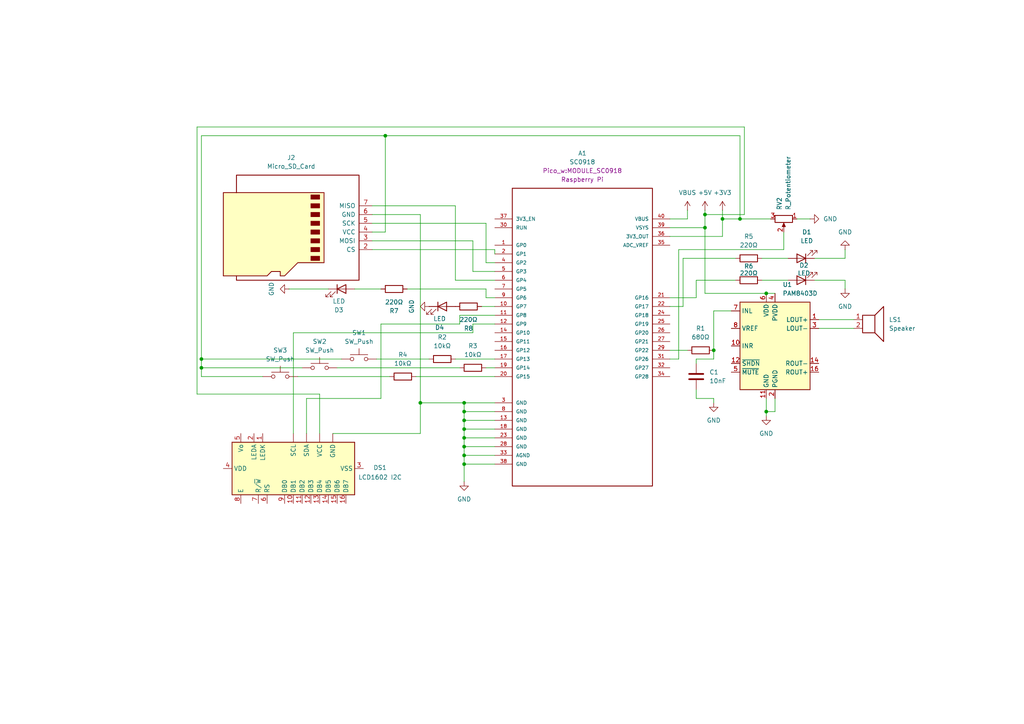
<source format=kicad_sch>
(kicad_sch (version 20231120) (generator "eeschema") (generator_version "8.0")
  (paper "A4")
  (lib_symbols
    (symbol "Amplifier_Audio:PAM8403D"
      (property "Reference" "U" (at 1.27 16.51 0))
      (property "Value" "PAM8403D" (at 6.096 14.224 0))
      (symbol "PAM8403D_0_1"
        (rectangle (start -10.16 12.7) (end 10.16 -12.7) (stroke (width 0.254)) (fill (type background)))
      )
      (symbol "PAM8403D_1_1"
        (pin output line (at 12.7 7.62 180) (length 2.54) (name "LOUT+") (number "1"))
        (pin input line (at -12.7 0 0) (length 2.54) (name "INR") (number "10"))
        (pin power_in line (at -2.54 -15.24 90) (length 2.54) (name "GND") (number "11"))
        (pin input line (at -12.7 -5.08 0) (length 2.54) (name "~{SHDN}") (number "12"))
        (pin passive line (at 0 15.24 270) (length 2.54) hide (name "PVDD") (number "13"))
        (pin output line (at 12.7 -5.08 180) (length 2.54) (name "ROUT-") (number "14"))
        (pin passive line (at 0 -15.24 90) (length 2.54) hide (name "PGND") (number "15"))
        (pin output line (at 12.7 -7.62 180) (length 2.54) (name "ROUT+") (number "16"))
        (pin power_in line (at 0 -15.24 90) (length 2.54) (name "PGND") (number "2"))
        (pin output line (at 12.7 5.08 180) (length 2.54) (name "LOUT-") (number "3"))
        (pin power_in line (at 0 15.24 270) (length 2.54) (name "PVDD") (number "4"))
        (pin input line (at -12.7 -7.62 0) (length 2.54) (name "~{MUTE}") (number "5"))
        (pin power_in line (at -2.54 15.24 270) (length 2.54) (name "VDD") (number "6"))
        (pin input line (at -12.7 10.16 0) (length 2.54) (name "INL") (number "7"))
        (pin input line (at -12.7 5.08 0) (length 2.54) (name "VREF") (number "8"))
        (pin no_connect line (at 10.16 -10.16 180) (length 2.54) hide (name "NC") (number "9"))
      )
    )
    (symbol "Device:C" (pin_numbers hide) (pin_names (offset 0.254))
      (property "Reference" "C" (at 0.635 2.54 0))
      (property "Value" "C" (at 0.635 -2.54 0))
      (symbol "C_0_1"
        (polyline (pts (xy -2.032 -0.762) (xy 2.032 -0.762)) (stroke (width 0.508)))
        (polyline (pts (xy -2.032 0.762) (xy 2.032 0.762)) (stroke (width 0.508)))
      )
      (symbol "C_1_1"
        (pin passive line (at 0 3.81 270) (length 2.794) (name "~") (number "1"))
        (pin passive line (at 0 -3.81 90) (length 2.794) (name "~") (number "2"))
      )
    )
    (symbol "Device:LED" (pin_numbers hide) (pin_names (offset 1.016) hide)
      (property "Reference" "D" (at 0 2.54 0))
      (property "Value" "LED" (at 0 -2.54 0))
      (symbol "LED_0_1"
        (polyline (pts (xy -1.27 -1.27) (xy -1.27 1.27)) (stroke (width 0.254)))
        (polyline (pts (xy -1.27 0) (xy 1.27 0)))
        (polyline (pts (xy 1.27 -1.27) (xy 1.27 1.27) (xy -1.27 0) (xy 1.27 -1.27)) (stroke (width 0.254)))
        (polyline (pts (xy -3.048 -0.762) (xy -4.572 -2.286) (xy -3.81 -2.286) (xy -4.572 -2.286) (xy -4.572 -1.524)))
        (polyline (pts (xy -1.778 -0.762) (xy -3.302 -2.286) (xy -2.54 -2.286) (xy -3.302 -2.286) (xy -3.302 -1.524)))
      )
      (symbol "LED_1_1"
        (pin passive line (at -3.81 0 0) (length 2.54) (name "K") (number "1"))
        (pin passive line (at 3.81 0 180) (length 2.54) (name "A") (number "2"))
      )
    )
    (symbol "Device:R" (pin_numbers hide) (pin_names (offset 0))
      (property "Reference" "R" (at 2.032 0 90))
      (property "Value" "R" (at 0 0 90))
      (symbol "R_0_1"
        (rectangle (start -1.016 -2.54) (end 1.016 2.54) (stroke (width 0.254)))
      )
      (symbol "R_1_1"
        (pin passive line (at 0 3.81 270) (length 1.27) (name "~") (number "1"))
        (pin passive line (at 0 -3.81 90) (length 1.27) (name "~") (number "2"))
      )
    )
    (symbol "Device:R_Potentiometer" (pin_names (offset 1.016) hide)
      (property "Reference" "RV" (at -4.445 0 90))
      (property "Value" "R_Potentiometer" (at -2.54 0 90))
      (symbol "R_Potentiometer_0_1"
        (polyline (pts (xy 2.54 0) (xy 1.524 0)))
        (polyline (pts (xy 1.143 0) (xy 2.286 0.508) (xy 2.286 -0.508) (xy 1.143 0)) (fill (type outline)))
        (rectangle (start 1.016 2.54) (end -1.016 -2.54) (stroke (width 0.254)))
      )
      (symbol "R_Potentiometer_1_1"
        (pin passive line (at 0 3.81 270) (length 1.27) (name "1") (number "1"))
        (pin passive line (at 3.81 0 180) (length 1.27) (name "2") (number "2"))
        (pin passive line (at 0 -3.81 90) (length 1.27) (name "3") (number "3"))
      )
    )
    (symbol "Device:Speaker" (pin_names (offset 0) hide)
      (property "Reference" "LS" (at 1.27 5.715 0))
      (property "Value" "Speaker" (at 1.27 3.81 0))
      (symbol "Speaker_0_0"
        (rectangle (start -2.54 1.27) (end 1.016 -3.81) (stroke (width 0.254)))
        (polyline (pts (xy 1.016 1.27) (xy 3.556 3.81) (xy 3.556 -6.35) (xy 1.016 -3.81)) (stroke (width 0.254)))
      )
      (symbol "Speaker_1_1"
        (pin input line (at -5.08 0 0) (length 2.54) (name "1") (number "1"))
        (pin input line (at -5.08 -2.54 0) (length 2.54) (name "2") (number "2"))
      )
    )
    (symbol "Display_Character:HY1602E"
      (property "Reference" "DS" (at -6.096 19.05 0))
      (property "Value" "LCD1602 I2C" (at 7.112 19.304 0))
      (symbol "HY1602E_0_1"
        (rectangle (start -7.62 17.78) (end 7.62 -17.78) (stroke (width 0.254)) (fill (type background)))
      )
      (symbol "HY1602E_1_1"
        (pin power_in line (at 10.16 -11.43 180) (length 2.54) (name "GND") (number ""))
        (pin bidirectional line (at 10.16 0 180) (length 2.54) (name "SCL") (number ""))
        (pin bidirectional line (at 10.16 -3.81 180) (length 2.54) (name "SDA") (number ""))
        (pin power_in line (at 10.16 -7.62 180) (length 2.54) (name "VCC") (number ""))
        (pin passive line (at 10.16 8.89 180) (length 2.54) (name "LEDK") (number "1"))
        (pin bidirectional line (at -10.16 0 0) (length 2.54) (name "DB1") (number "10"))
        (pin bidirectional line (at -10.16 -2.54 0) (length 2.54) (name "DB2") (number "11"))
        (pin bidirectional line (at -10.16 -5.08 0) (length 2.54) (name "DB3") (number "12"))
        (pin bidirectional line (at -10.16 -7.62 0) (length 2.54) (name "DB4") (number "13"))
        (pin bidirectional line (at -10.16 -10.16 0) (length 2.54) (name "DB5") (number "14"))
        (pin bidirectional line (at -10.16 -12.7 0) (length 2.54) (name "DB6") (number "15"))
        (pin bidirectional line (at -10.16 -15.24 0) (length 2.54) (name "DB7") (number "16"))
        (pin passive line (at 10.16 11.43 180) (length 2.54) (name "LEDA") (number "2"))
        (pin power_in line (at 0 -20.32 90) (length 2.54) (name "VSS") (number "3"))
        (pin power_in line (at 0 20.32 270) (length 2.54) (name "VDD") (number "4"))
        (pin input line (at 10.16 15.24 180) (length 2.54) (name "Vo") (number "5"))
        (pin input line (at -10.16 7.62 0) (length 2.54) (name "RS") (number "6"))
        (pin input line (at -10.16 10.16 0) (length 2.54) (name "R/~{W}") (number "7"))
        (pin input line (at -10.16 15.24 0) (length 2.54) (name "E") (number "8"))
        (pin bidirectional line (at -10.16 2.54 0) (length 2.54) (name "DB0") (number "9"))
      )
    )
    (symbol "Micro_SD_Card_1" (pin_names (offset 1.016))
      (property "Reference" "J" (at -16.51 15.24 0))
      (property "Value" "Micro_SD_Card" (at 16.51 15.24 0))
      (symbol "Micro_SD_Card_1_0_1"
        (rectangle (start -7.62 -9.525) (end -5.08 -10.795) (fill (type outline)))
        (rectangle (start -7.62 -6.985) (end -5.08 -8.255) (fill (type outline)))
        (rectangle (start -7.62 -4.445) (end -5.08 -5.715) (fill (type outline)))
        (rectangle (start -7.62 -1.905) (end -5.08 -3.175) (fill (type outline)))
        (rectangle (start -7.62 0.635) (end -5.08 -0.635) (fill (type outline)))
        (rectangle (start -7.62 3.175) (end -5.08 1.905) (fill (type outline)))
        (rectangle (start -7.62 5.715) (end -5.08 4.445) (fill (type outline)))
        (rectangle (start -7.62 8.255) (end -5.08 6.985) (fill (type outline)))
        (polyline (pts (xy 16.51 12.7) (xy 16.51 13.97) (xy -19.05 13.97) (xy -19.05 -16.51) (xy 16.51 -16.51) (xy 16.51 -11.43)) (stroke (width 0.254)))
        (polyline (pts (xy -8.89 -11.43) (xy -8.89 8.89) (xy -1.27 8.89) (xy 2.54 12.7) (xy 3.81 12.7) (xy 3.81 11.43) (xy 6.35 11.43) (xy 7.62 12.7) (xy 20.32 12.7) (xy 20.32 -11.43) (xy -8.89 -11.43)) (stroke (width 0.254)) (fill (type background)))
      )
      (symbol "Micro_SD_Card_1_1_1"
        (pin bidirectional line (at -22.86 5.08 0) (length 3.81) (name "CS") (number "2"))
        (pin input line (at -22.86 2.54 0) (length 3.81) (name "MOSI") (number "3"))
        (pin power_in line (at -22.86 0 0) (length 3.81) (name "VCC") (number "4"))
        (pin input line (at -22.86 -2.54 0) (length 3.81) (name "SCK") (number "5"))
        (pin power_in line (at -22.86 -5.08 0) (length 3.81) (name "GND") (number "6"))
        (pin bidirectional line (at -22.86 -7.62 0) (length 3.81) (name "MISO") (number "7"))
      )
    )
    (symbol "Pico_w:SC0918" (pin_names (offset 1.016))
      (property "Reference" "A1" (at 0 58.42 0))
      (property "Value" "SC0918" (at 0 55.88 0))
      (property "Footprint" "Pico_w:MODULE_SC0918" (at -12.7 -46.99 0))
      (property "manufacturer" "Raspberry Pi" (at 0 53.34 0))
      (symbol "SC0918_0_0"
        (rectangle (start -20.32 -43.18) (end 20.32 43.18) (stroke (width 0.254)))
        (pin bidirectional line (at -25.4 26.67 0) (length 5.08) (name "GP0") (number "1"))
        (pin bidirectional line (at -25.4 8.89 0) (length 5.08) (name "GP7") (number "10"))
        (pin bidirectional line (at -25.4 6.35 0) (length 5.08) (name "GP8") (number "11"))
        (pin bidirectional line (at -25.4 3.81 0) (length 5.08) (name "GP9") (number "12"))
        (pin power_in line (at -25.4 -24.13 0) (length 5.08) (name "GND") (number "13"))
        (pin bidirectional line (at -25.4 1.27 0) (length 5.08) (name "GP10") (number "14"))
        (pin bidirectional line (at -25.4 -1.27 0) (length 5.08) (name "GP11") (number "15"))
        (pin bidirectional line (at -25.4 -3.81 0) (length 5.08) (name "GP12") (number "16"))
        (pin bidirectional line (at -25.4 -6.35 0) (length 5.08) (name "GP13") (number "17"))
        (pin power_in line (at -25.4 -26.67 0) (length 5.08) (name "GND") (number "18"))
        (pin bidirectional line (at -25.4 -8.89 0) (length 5.08) (name "GP14") (number "19"))
        (pin bidirectional line (at -25.4 24.13 0) (length 5.08) (name "GP1") (number "2"))
        (pin bidirectional line (at -25.4 -11.43 0) (length 5.08) (name "GP15") (number "20"))
        (pin bidirectional line (at 25.4 11.43 180) (length 5.08) (name "GP16") (number "21"))
        (pin bidirectional line (at 25.4 8.89 180) (length 5.08) (name "GP17") (number "22"))
        (pin power_in line (at -25.4 -29.21 0) (length 5.08) (name "GND") (number "23"))
        (pin bidirectional line (at 25.4 6.35 180) (length 5.08) (name "GP18") (number "24"))
        (pin bidirectional line (at 25.4 3.81 180) (length 5.08) (name "GP19") (number "25"))
        (pin bidirectional line (at 25.4 1.27 180) (length 5.08) (name "GP20") (number "26"))
        (pin bidirectional line (at 25.4 -1.27 180) (length 5.08) (name "GP21") (number "27"))
        (pin power_in line (at -25.4 -31.75 0) (length 5.08) (name "GND") (number "28"))
        (pin bidirectional line (at 25.4 -3.81 180) (length 5.08) (name "GP22") (number "29"))
        (pin power_in line (at -25.4 -19.05 0) (length 5.08) (name "GND") (number "3"))
        (pin input line (at -25.4 31.75 0) (length 5.08) (name "RUN") (number "30"))
        (pin bidirectional line (at 25.4 -6.35 180) (length 5.08) (name "GP26") (number "31"))
        (pin bidirectional line (at 25.4 -8.89 180) (length 5.08) (name "GP27") (number "32"))
        (pin power_in line (at -25.4 -34.29 0) (length 5.08) (name "AGND") (number "33"))
        (pin bidirectional line (at 25.4 -11.43 180) (length 5.08) (name "GP28") (number "34"))
        (pin power_in line (at 25.4 26.67 180) (length 5.08) (name "ADC_VREF") (number "35"))
        (pin power_in line (at 25.4 29.21 180) (length 5.08) (name "3V3_OUT") (number "36"))
        (pin input line (at -25.4 34.29 0) (length 5.08) (name "3V3_EN") (number "37"))
        (pin power_in line (at -25.4 -36.83 0) (length 5.08) (name "GND") (number "38"))
        (pin free line (at 25.4 31.75 180) (length 5.08) (name "VSYS") (number "39"))
        (pin bidirectional line (at -25.4 21.59 0) (length 5.08) (name "GP2") (number "4"))
        (pin free line (at 25.4 34.29 180) (length 5.08) (name "VBUS") (number "40"))
        (pin bidirectional line (at -25.4 19.05 0) (length 5.08) (name "GP3") (number "5"))
        (pin bidirectional line (at -25.4 16.51 0) (length 5.08) (name "GP4") (number "6"))
        (pin bidirectional line (at -25.4 13.97 0) (length 5.08) (name "GP5") (number "7"))
        (pin power_in line (at -25.4 -21.59 0) (length 5.08) (name "GND") (number "8"))
        (pin bidirectional line (at -25.4 11.43 0) (length 5.08) (name "GP6") (number "9"))
      )
    )
    (symbol "Switch:SW_Push" (pin_numbers hide) (pin_names (offset 1.016) hide)
      (property "Reference" "SW" (at 1.27 2.54 0))
      (property "Value" "SW_Push" (at 0 -1.524 0))
      (symbol "SW_Push_0_1"
        (circle (center -2.032 0) (radius 0.508))
        (polyline (pts (xy 0 1.27) (xy 0 3.048)))
        (polyline (pts (xy 2.54 1.27) (xy -2.54 1.27)))
        (circle (center 2.032 0) (radius 0.508))
        (pin passive line (at -5.08 0 0) (length 2.54) (name "1") (number "1"))
        (pin passive line (at 5.08 0 180) (length 2.54) (name "2") (number "2"))
      )
    )
    (symbol "power:+3V3" (power) (pin_numbers hide) (pin_names (offset 0) hide)
      (property "Value" "+3V3" (at 0 3.556 0))
      (symbol "+3V3_0_1"
        (polyline (pts (xy -0.762 1.27) (xy 0 2.54)))
        (polyline (pts (xy 0 0) (xy 0 2.54)))
        (polyline (pts (xy 0 2.54) (xy 0.762 1.27)))
      )
      (symbol "+3V3_1_1"
        (pin power_in line (at 0 0 90) (length 0) (name "~") (number "1"))
      )
    )
    (symbol "power:+5V" (power) (pin_numbers hide) (pin_names (offset 0) hide)
      (property "Value" "+5V" (at 0 3.556 0))
      (symbol "+5V_0_1"
        (polyline (pts (xy -0.762 1.27) (xy 0 2.54)))
        (polyline (pts (xy 0 0) (xy 0 2.54)))
        (polyline (pts (xy 0 2.54) (xy 0.762 1.27)))
      )
      (symbol "+5V_1_1"
        (pin power_in line (at 0 0 90) (length 0) (name "~") (number "1"))
      )
    )
    (symbol "power:GND" (power) (pin_numbers hide) (pin_names (offset 0) hide)
      (property "Value" "GND" (at 0 -3.81 0))
      (symbol "GND_0_1"
        (polyline (pts (xy 0 0) (xy 0 -1.27) (xy 1.27 -1.27) (xy 0 -2.54) (xy -1.27 -1.27) (xy 0 -1.27)))
      )
      (symbol "GND_1_1"
        (pin power_in line (at 0 0 270) (length 0) (name "~") (number "1"))
      )
    )
    (symbol "power:VBUS" (power) (pin_numbers hide) (pin_names (offset 0) hide)
      (property "Value" "VBUS" (at 0 3.556 0))
      (symbol "VBUS_0_1"
        (polyline (pts (xy -0.762 1.27) (xy 0 2.54)))
        (polyline (pts (xy 0 0) (xy 0 2.54)))
        (polyline (pts (xy 0 2.54) (xy 0.762 1.27)))
      )
      (symbol "VBUS_1_1"
        (pin power_in line (at 0 0 90) (length 0) (name "~") (number "1"))
      )
    )
  )
  (junction (at 204.47 62.23))
  (junction (at 207.01 101.6))
  (junction (at 121.92 116.84))
  (junction (at 222.25 85.09))
  (junction (at 134.62 116.84))
  (junction (at 134.62 127))
  (junction (at 58.42 106.68))
  (junction (at 222.25 119.38))
  (junction (at 134.62 129.54))
  (junction (at 134.62 119.38))
  (junction (at 209.55 63.5))
  (junction (at 134.62 121.92))
  (junction (at 111.76 39.37))
  (junction (at 134.62 134.62))
  (junction (at 204.47 66.04))
  (junction (at 58.42 104.14))
  (junction (at 134.62 132.08))
  (junction (at 134.62 124.46))
  (junction (at 214.63 63.5))
  (wire (pts (xy 214.63 63.5) (xy 223.52 63.5)))
  (wire (pts (xy 85.09 96.52) (xy 137.16 96.52)))
  (wire (pts (xy 134.62 129.54) (xy 143.51 129.54)))
  (wire (pts (xy 134.62 129.54) (xy 134.62 132.08)))
  (wire (pts (xy 140.97 86.36) (xy 143.51 86.36)))
  (wire (pts (xy 86.36 109.22) (xy 113.03 109.22)))
  (wire (pts (xy 111.76 67.31) (xy 111.76 39.37)))
  (wire (pts (xy 196.85 104.14) (xy 194.31 104.14)))
  (wire (pts (xy 134.62 124.46) (xy 134.62 127)))
  (wire (pts (xy 132.08 104.14) (xy 143.51 104.14)))
  (wire (pts (xy 198.12 88.9) (xy 194.31 88.9)))
  (wire (pts (xy 111.76 39.37) (xy 214.63 39.37)))
  (wire (pts (xy 194.31 86.36) (xy 201.93 86.36)))
  (wire (pts (xy 110.49 83.82) (xy 102.87 83.82)))
  (wire (pts (xy 58.42 106.68) (xy 87.63 106.68)))
  (wire (pts (xy 207.01 101.6) (xy 207.01 90.17)))
  (wire (pts (xy 143.51 116.84) (xy 134.62 116.84)))
  (wire (pts (xy 121.92 62.23) (xy 121.92 116.84)))
  (wire (pts (xy 110.49 115.57) (xy 110.49 93.98)))
  (wire (pts (xy 139.7 88.9) (xy 143.51 88.9)))
  (wire (pts (xy 137.16 78.74) (xy 143.51 78.74)))
  (wire (pts (xy 220.98 81.28) (xy 228.6 81.28)))
  (wire (pts (xy 207.01 104.14) (xy 207.01 101.6)))
  (wire (pts (xy 222.25 85.09) (xy 224.79 85.09)))
  (wire (pts (xy 120.65 109.22) (xy 143.51 109.22)))
  (wire (pts (xy 236.22 74.93) (xy 245.11 74.93)))
  (wire (pts (xy 134.62 119.38) (xy 143.51 119.38)))
  (wire (pts (xy 140.97 83.82) (xy 140.97 86.36)))
  (wire (pts (xy 137.16 93.98) (xy 143.51 93.98)))
  (wire (pts (xy 143.51 72.39) (xy 143.51 73.66)))
  (wire (pts (xy 134.62 127) (xy 134.62 129.54)))
  (wire (pts (xy 107.95 64.77) (xy 140.97 64.77)))
  (wire (pts (xy 58.42 104.14) (xy 99.06 104.14)))
  (wire (pts (xy 107.95 69.85) (xy 137.16 69.85)))
  (wire (pts (xy 137.16 96.52) (xy 137.16 93.98)))
  (wire (pts (xy 96.52 125.73) (xy 121.92 125.73)))
  (wire (pts (xy 245.11 81.28) (xy 245.11 83.82)))
  (wire (pts (xy 140.97 106.68) (xy 143.51 106.68)))
  (wire (pts (xy 134.62 134.62) (xy 143.51 134.62)))
  (wire (pts (xy 214.63 63.5) (xy 209.55 63.5)))
  (wire (pts (xy 134.62 132.08) (xy 134.62 134.62)))
  (wire (pts (xy 140.97 76.2) (xy 143.51 76.2)))
  (wire (pts (xy 247.65 95.25) (xy 237.49 95.25)))
  (wire (pts (xy 194.31 101.6) (xy 199.39 101.6)))
  (wire (pts (xy 207.01 90.17) (xy 212.09 90.17)))
  (wire (pts (xy 245.11 74.93) (xy 245.11 72.39)))
  (wire (pts (xy 196.85 72.39) (xy 227.33 72.39)))
  (wire (pts (xy 107.95 59.69) (xy 132.08 59.69)))
  (wire (pts (xy 85.09 125.73) (xy 85.09 96.52)))
  (wire (pts (xy 201.93 86.36) (xy 201.93 81.28)))
  (wire (pts (xy 224.79 119.38) (xy 222.25 119.38)))
  (wire (pts (xy 201.93 113.03) (xy 201.93 115.57)))
  (wire (pts (xy 121.92 125.73) (xy 121.92 116.84)))
  (wire (pts (xy 222.25 119.38) (xy 222.25 120.65)))
  (wire (pts (xy 107.95 72.39) (xy 143.51 72.39)))
  (wire (pts (xy 92.71 114.3) (xy 57.15 114.3)))
  (wire (pts (xy 215.9 62.23) (xy 204.47 62.23)))
  (wire (pts (xy 207.01 115.57) (xy 207.01 116.84)))
  (wire (pts (xy 133.35 93.98) (xy 133.35 91.44)))
  (wire (pts (xy 201.93 115.57) (xy 207.01 115.57)))
  (wire (pts (xy 57.15 114.3) (xy 57.15 36.83)))
  (wire (pts (xy 209.55 63.5) (xy 209.55 68.58)))
  (wire (pts (xy 201.93 104.14) (xy 207.01 104.14)))
  (wire (pts (xy 132.08 59.69) (xy 132.08 81.28)))
  (wire (pts (xy 204.47 66.04) (xy 204.47 85.09)))
  (wire (pts (xy 214.63 39.37) (xy 214.63 63.5)))
  (wire (pts (xy 57.15 36.83) (xy 215.9 36.83)))
  (wire (pts (xy 134.62 127) (xy 143.51 127)))
  (wire (pts (xy 199.39 63.5) (xy 194.31 63.5)))
  (wire (pts (xy 134.62 132.08) (xy 143.51 132.08)))
  (wire (pts (xy 97.79 106.68) (xy 133.35 106.68)))
  (wire (pts (xy 222.25 115.57) (xy 222.25 119.38)))
  (wire (pts (xy 215.9 36.83) (xy 215.9 62.23)))
  (wire (pts (xy 92.71 125.73) (xy 92.71 114.3)))
  (wire (pts (xy 134.62 116.84) (xy 134.62 119.38)))
  (wire (pts (xy 134.62 121.92) (xy 134.62 124.46)))
  (wire (pts (xy 134.62 134.62) (xy 134.62 139.7)))
  (wire (pts (xy 88.9 115.57) (xy 110.49 115.57)))
  (wire (pts (xy 134.62 124.46) (xy 143.51 124.46)))
  (wire (pts (xy 133.35 91.44) (xy 143.51 91.44)))
  (wire (pts (xy 134.62 121.92) (xy 143.51 121.92)))
  (wire (pts (xy 204.47 60.96) (xy 204.47 62.23)))
  (wire (pts (xy 121.92 116.84) (xy 134.62 116.84)))
  (wire (pts (xy 58.42 106.68) (xy 58.42 104.14)))
  (wire (pts (xy 58.42 39.37) (xy 111.76 39.37)))
  (wire (pts (xy 209.55 60.96) (xy 209.55 63.5)))
  (wire (pts (xy 88.9 125.73) (xy 88.9 115.57)))
  (wire (pts (xy 76.2 109.22) (xy 58.42 109.22)))
  (wire (pts (xy 204.47 62.23) (xy 204.47 66.04)))
  (wire (pts (xy 134.62 119.38) (xy 134.62 121.92)))
  (wire (pts (xy 196.85 72.39) (xy 196.85 104.14)))
  (wire (pts (xy 137.16 69.85) (xy 137.16 78.74)))
  (wire (pts (xy 194.31 66.04) (xy 204.47 66.04)))
  (wire (pts (xy 204.47 85.09) (xy 222.25 85.09)))
  (wire (pts (xy 224.79 115.57) (xy 224.79 119.38)))
  (wire (pts (xy 107.95 62.23) (xy 121.92 62.23)))
  (wire (pts (xy 237.49 92.71) (xy 247.65 92.71)))
  (wire (pts (xy 231.14 63.5) (xy 234.95 63.5)))
  (wire (pts (xy 140.97 64.77) (xy 140.97 76.2)))
  (wire (pts (xy 132.08 81.28) (xy 143.51 81.28)))
  (wire (pts (xy 213.36 74.93) (xy 198.12 74.93)))
  (wire (pts (xy 220.98 74.93) (xy 228.6 74.93)))
  (wire (pts (xy 83.82 83.82) (xy 95.25 83.82)))
  (wire (pts (xy 227.33 72.39) (xy 227.33 67.31)))
  (wire (pts (xy 110.49 93.98) (xy 133.35 93.98)))
  (wire (pts (xy 201.93 104.14) (xy 201.93 105.41)))
  (wire (pts (xy 201.93 81.28) (xy 213.36 81.28)))
  (wire (pts (xy 236.22 81.28) (xy 245.11 81.28)))
  (wire (pts (xy 107.95 67.31) (xy 111.76 67.31)))
  (wire (pts (xy 209.55 68.58) (xy 194.31 68.58)))
  (wire (pts (xy 198.12 74.93) (xy 198.12 88.9)))
  (wire (pts (xy 58.42 104.14) (xy 58.42 39.37)))
  (wire (pts (xy 58.42 109.22) (xy 58.42 106.68)))
  (wire (pts (xy 199.39 60.96) (xy 199.39 63.5)))
  (wire (pts (xy 109.22 104.14) (xy 124.46 104.14)))
  (wire (pts (xy 118.11 83.82) (xy 140.97 83.82)))
  (symbol (lib_id "Device:R") (at 217.17 81.28 90) (unit 1)
    (property "Reference" "R6" (at 217.17 77.216 90))
    (property "Value" "220Ω" (at 217.17 79.248 90))
    (property "Description" "Resistor" (effects (hide yes)))
  )
  (symbol (lib_id "Device:R") (at 137.16 106.68 90) (unit 1)
    (property "Reference" "R3" (at 137.16 100.33 90))
    (property "Value" "10kΩ" (at 137.16 102.87 90))
    (property "Description" "Resistor" (effects (hide yes)))
  )
  (symbol (lib_id "Device:R") (at 217.17 74.93 90) (unit 1)
    (property "Reference" "R5" (at 217.17 68.58 90))
    (property "Value" "220Ω" (at 217.17 71.12 90))
    (property "Description" "Resistor" (effects (hide yes)))
  )
  (symbol (lib_id "power:GND") (at 83.82 83.82 270) (unit 1)
    (property "Reference" "#PWR010" (effects (hide yes)))
    (property "Value" "GND" (at 78.74 83.82 0))
    (property "Description" "Power symbol creates a global label with name \"GND\" , ground" (effects (hide yes)))
  )
  (symbol (lib_id "Device:R") (at 128.27 104.14 90) (unit 1)
    (property "Reference" "R2" (at 128.27 97.79 90))
    (property "Value" "10kΩ" (at 128.27 100.33 90))
    (property "Description" "Resistor" (effects (hide yes)))
  )
  (symbol (lib_id "Device:LED") (at 128.27 88.9 0) (unit 1)
    (property "Reference" "D4" (at 127.508 94.996 0))
    (property "Value" "LED" (at 127.508 92.456 0))
    (property "Description" "Light emitting diode" (effects (hide yes)))
  )
  (symbol (lib_id "Display_Character:HY1602E") (at 85.09 135.89 90) (unit 1)
    (property "Reference" "DS1" (at 110.236 135.636 90))
    (property "Value" "LCD1602 I2C" (at 110.236 138.43 90))
    (property "Footprint" "Display:HY1602E" (effects (hide yes)))
    (property "Datasheet" "http://www.icbank.com/data/ICBShop/board/HY1602E.pdf" (effects (hide yes)))
    (property "Description" "LCD 16x2 Alphanumeric 16pin Blue/Yellow/Green Backlight, 8bit parallel, 5V VDD" (effects (hide yes)))
  )
  (symbol (lib_id "Device:LED") (at 232.41 74.93 180) (unit 1)
    (property "Reference" "D1" (at 233.9975 67.31 0))
    (property "Value" "LED" (at 233.9975 69.85 0))
    (property "Description" "Light emitting diode" (effects (hide yes)))
  )
  (symbol (lib_id "Device:R") (at 116.84 109.22 90) (unit 1)
    (property "Reference" "R4" (at 116.84 102.87 90))
    (property "Value" "10kΩ" (at 116.84 105.41 90))
    (property "Description" "Resistor" (effects (hide yes)))
  )
  (symbol (lib_id "power:+5V") (at 204.47 60.96 0) (unit 1)
    (property "Reference" "#PWR03" (effects (hide yes)))
    (property "Value" "+5V" (at 204.47 55.88 0))
    (property "Description" "Power symbol creates a global label with name \"+5V\"" (effects (hide yes)))
  )
  (symbol (lib_id "Switch:SW_Push") (at 92.71 106.68 0) (unit 1)
    (property "Reference" "SW2" (at 92.71 99.06 0))
    (property "Value" "SW_Push" (at 92.71 101.6 0))
    (property "Description" "Push button switch, generic, two pins" (effects (hide yes)))
  )
  (symbol (lib_name "Micro_SD_Card_1") (lib_id "Connector:Micro_SD_Card") (at 85.09 67.31 180) (unit 1)
    (property "Reference" "J2" (at 84.455 45.72 0))
    (property "Value" "Micro_SD_Card" (at 84.455 48.26 0))
    (property "Datasheet" "http://katalog.we-online.de/em/datasheet/693072010801.pdf" (effects (hide yes)))
    (property "Description" "Micro SD Card Socket" (effects (hide yes)))
  )
  (symbol (lib_id "Amplifier_Audio:PAM8403D") (at 224.79 100.33 0) (unit 1)
    (property "Reference" "U1" (at 226.9841 82.55 0) (effects (justify left)))
    (property "Value" "PAM8403D" (at 226.9841 85.09 0) (effects (justify left)))
    (property "Footprint" "Package_SO:SOP-16_3.9x9.9mm_P1.27mm" (effects (hide yes)))
    (property "Datasheet" "https://www.diodes.com/assets/Datasheets/products_inactive_data/PAM8403.pdf" (effects (hide yes)))
    (property "Description" "3W Filterless Class-D Stereo Audio Amplifier, SOP-16" (effects (hide yes)))
  )
  (symbol (lib_id "power:GND") (at 124.46 88.9 270) (unit 1)
    (property "Reference" "#PWR011" (effects (hide yes)))
    (property "Value" "GND" (at 119.38 88.9 0))
    (property "Description" "Power symbol creates a global label with name \"GND\" , ground" (effects (hide yes)))
  )
  (symbol (lib_id "power:GND") (at 245.11 83.82 0) (unit 1)
    (property "Reference" "#PWR09" (effects (hide yes)))
    (property "Value" "GND" (at 245.11 88.9 0))
    (property "Description" "Power symbol creates a global label with name \"GND\" , ground" (effects (hide yes)))
  )
  (symbol (lib_id "Switch:SW_Push") (at 104.14 104.14 0) (unit 1)
    (property "Reference" "SW1" (at 104.14 96.52 0))
    (property "Value" "SW_Push" (at 104.14 99.06 0))
    (property "Description" "Push button switch, generic, two pins" (effects (hide yes)))
  )
  (symbol (lib_id "power:GND") (at 134.62 139.7 0) (unit 1)
    (property "Reference" "#PWR01" (effects (hide yes)))
    (property "Value" "GND" (at 134.62 144.78 0))
    (property "Description" "Power symbol creates a global label with name \"GND\" , ground" (effects (hide yes)))
  )
  (symbol (lib_id "Device:R") (at 203.2 101.6 90) (unit 1)
    (property "Reference" "R1" (at 203.2 95.25 90))
    (property "Value" "680Ω" (at 203.2 97.79 90))
    (property "Description" "Resistor" (effects (hide yes)))
  )
  (symbol (lib_id "Switch:SW_Push") (at 81.28 109.22 0) (unit 1)
    (property "Reference" "SW3" (at 81.28 101.6 0))
    (property "Value" "SW_Push" (at 81.28 104.14 0))
    (property "Description" "Push button switch, generic, two pins" (effects (hide yes)))
  )
  (symbol (lib_id "Device:R") (at 135.89 88.9 270) (unit 1)
    (property "Reference" "R8" (at 135.89 95.25 90))
    (property "Value" "220Ω" (at 135.89 92.71 90))
    (property "Description" "Resistor" (effects (hide yes)))
  )
  (symbol (lib_id "power:GND") (at 207.01 116.84 0) (unit 1)
    (property "Reference" "#PWR06" (effects (hide yes)))
    (property "Value" "GND" (at 207.01 121.92 0))
    (property "Description" "Power symbol creates a global label with name \"GND\" , ground" (effects (hide yes)))
  )
  (symbol (lib_id "Device:R") (at 114.3 83.82 270) (unit 1)
    (property "Reference" "R7" (at 114.3 90.17 90))
    (property "Value" "220Ω" (at 114.3 87.63 90))
    (property "Description" "Resistor" (effects (hide yes)))
  )
  (symbol (lib_id "power:GND") (at 222.25 120.65 0) (unit 1)
    (property "Reference" "#PWR05" (effects (hide yes)))
    (property "Value" "GND" (at 222.25 125.73 0))
    (property "Description" "Power symbol creates a global label with name \"GND\" , ground" (effects (hide yes)))
  )
  (symbol (lib_id "power:GND") (at 245.11 72.39 180) (unit 1)
    (property "Reference" "#PWR08" (effects (hide yes)))
    (property "Value" "GND" (at 245.11 67.31 0))
    (property "Description" "Power symbol creates a global label with name \"GND\" , ground" (effects (hide yes)))
  )
  (symbol (lib_id "Device:LED") (at 232.41 81.28 180) (unit 1)
    (property "Reference" "D2" (at 233.172 76.962 0))
    (property "Value" "LED" (at 233.172 79.248 0))
    (property "Description" "Light emitting diode" (effects (hide yes)))
  )
  (symbol (lib_id "Device:C") (at 201.93 109.22 0) (unit 1)
    (property "Reference" "C1" (at 205.74 107.9499 0) (effects (justify left)))
    (property "Value" "10nF" (at 205.74 110.4899 0) (effects (justify left)))
    (property "Description" "Unpolarized capacitor" (effects (hide yes)))
  )
  (symbol (lib_id "power:VBUS") (at 199.39 60.96 0) (unit 1)
    (property "Reference" "#PWR02" (effects (hide yes)))
    (property "Value" "VBUS" (at 199.39 55.88 0))
    (property "Description" "Power symbol creates a global label with name \"VBUS\"" (effects (hide yes)))
  )
  (symbol (lib_id "Pico_w:SC0918") (at 168.91 97.79 0) (unit 1)
    (property "Reference" "A1" (at 168.91 44.45 0))
    (property "Value" "SC0918" (at 168.91 46.99 0))
    (property "Footprint" "Pico_w:MODULE_SC0918" (at 168.91 49.53 0))
    (property "Datasheet" "https://datasheets.raspberrypi.com/picow/pico-w-datasheet.pdf" (effects (hide yes)))
    (property "manufacturer" "Raspberry Pi" (at 168.91 52.07 0))
    (property "P/N" "SC0918" (effects (hide yes)))
    (property "PARTREV" "1.6" (effects (hide yes)))
    (property "MAXIMUM_PACKAGE_HEIGHT" "3.73mm" (effects (hide yes)))
  )
  (symbol (lib_id "Device:LED") (at 99.06 83.82 0) (unit 1)
    (property "Reference" "D3" (at 98.298 89.916 0))
    (property "Value" "LED" (at 98.298 87.376 0))
    (property "Description" "Light emitting diode" (effects (hide yes)))
  )
  (symbol (lib_id "Device:R_Potentiometer") (at 227.33 63.5 270) (unit 1)
    (property "Reference" "RV2" (at 226.0599 60.96 0) (effects (justify right)))
    (property "Value" "R_Potentiometer" (at 228.5999 60.96 0) (effects (justify right)))
    (property "Description" "Potentiometer" (effects (hide yes)))
  )
  (symbol (lib_id "power:GND") (at 234.95 63.5 90) (unit 1)
    (property "Reference" "#PWR07" (effects (hide yes)))
    (property "Value" "GND" (at 238.76 63.4999 90) (effects (justify right)))
    (property "Description" "Power symbol creates a global label with name \"GND\" , ground" (effects (hide yes)))
  )
  (symbol (lib_id "Device:Speaker") (at 252.73 92.71 0) (unit 1)
    (property "Reference" "LS1" (at 257.81 92.7099 0) (effects (justify left)))
    (property "Value" "Speaker" (at 257.81 95.2499 0) (effects (justify left)))
    (property "Description" "Speaker" (effects (hide yes)))
  )
  (symbol (lib_id "power:+3V3") (at 209.55 60.96 0) (unit 1)
    (property "Reference" "#PWR04" (effects (hide yes)))
    (property "Value" "+3V3" (at 209.55 55.88 0))
    (property "Description" "Power symbol creates a global label with name \"+3V3\"" (effects (hide yes)))
  )
)
</source>
